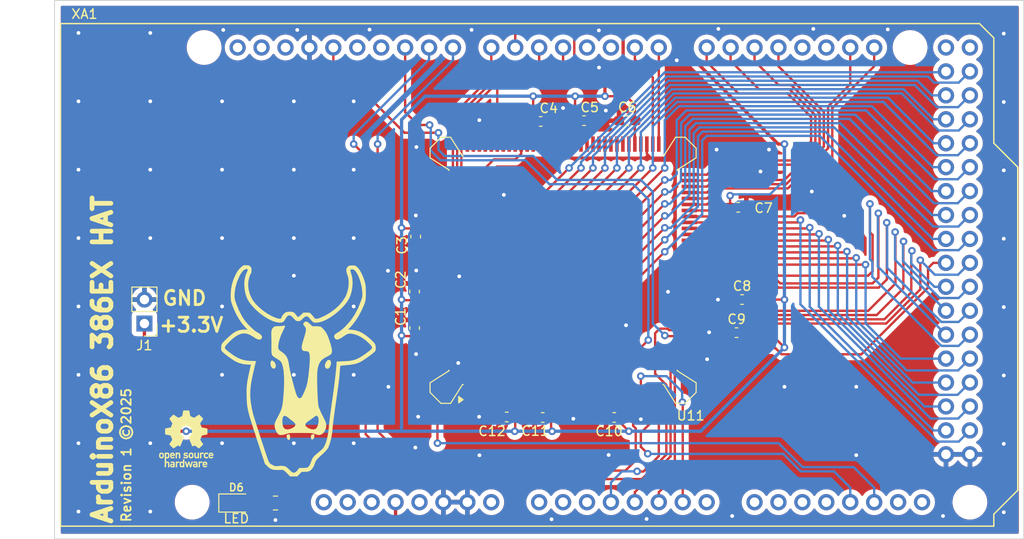
<source format=kicad_pcb>
(kicad_pcb (version 20240108) (generator "pcbnew") (generator_version "8.0")
  (title_block (title "Arduino286") (date "2023-01-18") (rev "1"))
  (layers (0 "F.Cu" signal) (31 "B.Cu" signal) (34 "B.Paste" user) (35 "F.Paste" user) (36 "B.SilkS" user "B.Silkscreen") (37 "F.SilkS" user "F.Silkscreen") (38 "B.Mask" user) (39 "F.Mask" user) (44 "Edge.Cuts" user))
  (net 0 "")
  (net 2 "INTR")
  (net 3 "NMI")
  (net 4 "HOLD")
  (net 10 "GND")
  (net 11 "RESET")
  (net 12 "CLOCK")
  (net 14 "+3.3V")
  (net 17 "/D6_A")
  (net 18 "/D7_A")
  (net 19 "/D1_A")
  (net 20 "/D0_A")
  (net 21 "/D5_A")
  (net 22 "/D4_A")
  (net 23 "/D2_A")
  (net 24 "/D3_A")
  (net 25 "/D8_A")
  (net 26 "/D15_A")
  (net 27 "/D12_A")
  (net 28 "/D14_A")
  (net 29 "/D13_A")
  (net 30 "/D10_A")
  (net 31 "/D11_A")
  (net 32 "/D9_A")
  (net 33 "/A4_A")
  (net 34 "/A5_A")
  (net 35 "/A2_A")
  (net 36 "/A7_A")
  (net 37 "/A1_A")
  (net 38 "/A6_A")
  (net 39 "/A0_A")
  (net 40 "/A3_A")
  (net 41 "/A8_A")
  (net 42 "/A15_A")
  (net 43 "/A9_A")
  (net 44 "/A13_A")
  (net 45 "/A14_A")
  (net 46 "/A12_A")
  (net 47 "/A11_A")
  (net 48 "/A10_A")
  (net 49 "/A16_A")
  (net 50 "/A19_A")
  (net 51 "/A18_A")
  (net 52 "/A17_A")
  (net 53 "HLDA_A")
  (net 54 "/A23_A")
  (net 55 "/A22_A")
  (net 56 "/A21_A")
  (net 57 "/A20_A")
  (net 58 "~{LOCK}_A")
  (net 59 "~{BHE}_A")
  (net 60 "Net-(D6-A)")
  (net 64 "LOCK")
  (net 75 "ADS")
  (net 87 "D{slash}~{C}")
  (net 104 "/A24_A")
  (net 111 "W{slash}~{R}")
  (net 119 "+3.3VP")
  (net 120 "READY")
  (net 122 "/A25_A")
  (net 123 "RD")
  (net 124 "WR")
  (net 125 "BUSY")
  (net 126 "BS8")
  (net 133 "M{slash}~{IO}")
  (footprint "Capacitor_SMD:C_0603_1608Metric_Pad1.08x0.95mm_HandSolder" (layer "F.Cu") (at 175.26 102.567462)
    (property "Reference" "C9")
    (property "Value" "C" (hide yes))
  )
  (footprint "Connector_PinHeader_2.54mm:PinHeader_1x02_P2.54mm_Vertical" (layer "F.Cu") (at 112.408659 101.6 180)
    (property "Reference" "J1")
    (property "Value" "Conn_01x02_Pin" (hide yes))
  )
  (footprint "cow:cow" (layer "F.Cu") (at 128.807713 106.692168)
    (property "Reference" "G***" (hide yes))
    (property "Value" "LOGO" (hide yes))
  )
  (footprint "Capacitor_SMD:C_0603_1608Metric_Pad1.08x0.95mm_HandSolder" (layer "F.Cu") (at 175.435113 89.263147 180)
    (property "Reference" "C7")
    (property "Value" "C" (hide yes))
  )
  (footprint "Capacitor_SMD:C_0603_1608Metric_Pad1.08x0.95mm_HandSolder" (layer "F.Cu") (at 162.277228 111.568923)
    (property "Reference" "C10")
    (property "Value" "C" (hide yes))
  )
  (footprint "Resistor_SMD:R_0805_2012Metric_Pad1.20x1.40mm_HandSolder" (layer "F.Cu") (at 126.321949 120.65 180)
    (property "Reference" "R6" (hide yes))
    (property "Value" "750Ω" (hide yes))
  )
  (footprint "Package_QFP:PQFP-132_24x24mm_P0.635mm_i386" (layer "F.Cu") (at 156.845 95.95 90)
    (property "Reference" "U11")
    (property "Value" "I386EX_PQFP")
  )
  (footprint "Capacitor_SMD:C_0603_1608Metric_Pad1.08x0.95mm_HandSolder" (layer "F.Cu") (at 159.070028 80.066439 180)
    (property "Reference" "C5")
    (property "Value" "C" (hide yes))
  )
  (footprint "Capacitor_SMD:C_0603_1608Metric_Pad1.08x0.95mm_HandSolder" (layer "F.Cu") (at 163.651172 80.072711)
    (property "Reference" "C6")
    (property "Value" "C" (hide yes))
  )
  (footprint "Arduino_Library:Arduino_Mega2560_Shield" (layer "F.Cu") (at 103.505 123.1025)
    (property "Reference" "XA1")
    (property "Value" "Arduino_Mega2560_Shield")
  )
  (footprint "Capacitor_SMD:C_0603_1608Metric_Pad1.08x0.95mm_HandSolder" (layer "F.Cu") (at 150.863151 111.51731)
    (property "Reference" "C12")
    (property "Value" "C" (hide yes))
  )
  (footprint "Capacitor_SMD:C_0603_1608Metric_Pad1.08x0.95mm_HandSolder" (layer "F.Cu") (at 154.472701 80.151201 180)
    (property "Reference" "C4")
    (property "Value" "C" (hide yes))
  )
  (footprint "Capacitor_SMD:C_0603_1608Metric_Pad1.08x0.95mm_HandSolder" (layer "F.Cu") (at 175.840001 99.052312)
    (property "Reference" "C8")
    (property "Value" "C" (hide yes))
  )
  (footprint "Symbol:OSHW-Logo_5.7x6mm_SilkScreen" (layer "F.Cu") (at 116.842407 113.842654)
    (property "Reference" "REF**" (hide yes))
    (property "Value" "OSHW-Logo_5.7x6mm_SilkScreen" (hide yes))
  )
  (footprint "LED_SMD:LED_0805_2012Metric_Pad1.15x1.40mm_HandSolder" (layer "F.Cu") (at 122.165 120.65)
    (property "Reference" "D6")
    (property "Value" "LED")
  )
  (footprint "Capacitor_SMD:C_0603_1608Metric_Pad1.08x0.95mm_HandSolder" (layer "F.Cu") (at 154.685231 111.572767)
    (property "Reference" "C11")
    (property "Value" "C" (hide yes))
  )
  (footprint "Capacitor_SMD:C_0603_1608Metric_Pad1.08x0.95mm_HandSolder" (layer "F.Cu") (at 141.082879 98.20369 -90)
    (property "Reference" "C2")
    (property "Value" "C" (hide yes))
  )
  (footprint "Capacitor_SMD:C_0603_1608Metric_Pad1.08x0.95mm_HandSolder" (layer "F.Cu") (at 141.089184 102.076482 -90)
    (property "Reference" "C1")
    (property "Value" "C" (hide yes))
  )
  (footprint "Capacitor_SMD:C_0603_1608Metric_Pad1.08x0.95mm_HandSolder" (layer "F.Cu") (at 141.201828 92.374597 90)
    (property "Reference" "C3")
    (property "Value" "C" (hide yes))
  )
  (gr_rect (start 102.87 67.31) (end 205.74 124.46) (stroke (width 0.1)) (fill none) (layer "Edge.Cuts"))
  (gr_text "ArduinoX86 386EX HAT" (at 107.95 105.41 90) (layer "F.SilkS") (effects (font (size 2 2) (thickness 0.5))))
  (gr_text "Revision 1 ©2025" (at 110.49 115.57 90) (layer "F.SilkS") (effects (font (size 1 1) (thickness 0.1875))))
  (gr_text "+3.3V" (at 113.822308 102.627036 0) (layer "F.SilkS") (effects (font (size 1.5 1.5) (thickness 0.3) (bold yes)) (justify left bottom)))
  (gr_text "GND" (at 114.180577 99.784772 0) (layer "F.SilkS") (effects (font (size 1.5 1.5) (thickness 0.3) (bold yes)) (justify left bottom)))
  (segment (start 143.51 114.3) (end 143.51 110.49) (width 0.25) (layer "F.Cu") (net 3))
  (segment (start 149.502033 84.177967) (end 151.794533 84.177967) (width 0.25) (layer "F.Cu") (net 3))
  (segment (start 143.51 110.49) (end 147.32 106.68) (width 0.25) (layer "F.Cu") (net 3))
  (segment (start 147.32 106.68) (end 147.32 86.36) (width 0.25) (layer "F.Cu") (net 3))
  (segment (start 152.4 83.5725) (end 152.4 82.55) (width 0.25) (layer "F.Cu") (net 3))
  (segment (start 151.794533 84.177967) (end 152.4 83.5725) (width 0.25) (layer "F.Cu") (net 3))
  (segment (start 147.32 86.36) (end 149.502033 84.177967) (width 0.25) (layer "F.Cu") (net 3))
  (via (at 143.51 114.3) (size 0.8) (drill 0.4) (layers "F.Cu" "B.Cu") (net 3))
  (segment (start 182.257435 116.84) (end 187.68625 116.84) (width 0.25) (layer "B.Cu") (net 3))
  (segment (start 179.717435 114.3) (end 182.257435 116.84) (width 0.25) (layer "B.Cu") (net 3))
  (segment (start 143.51 114.3) (end 179.717435 114.3) (width 0.25) (layer "B.Cu") (net 3))
  (segment (start 187.68625 116.84) (end 189.865 119.01875) (width 0.25) (layer "B.Cu") (net 3))
  (segment (start 189.865 119.01875) (end 189.865 120.5625) (width 0.25) (layer "B.Cu") (net 3))
  (segment (start 165.735 83.5725) (end 166.472022 84.309522) (width 0.25) (layer "F.Cu") (net 10))
  (segment (start 171.966634 84.309522) (end 173.137058 83.139098) (width 0.25) (layer "F.Cu") (net 10))
  (segment (start 172.347546 102.534152) (end 172.380856 102.567462) (width 0.25) (layer "F.Cu") (net 10))
  (segment (start 172.708771 98.49) (end 170.245 98.49) (width 0.25) (layer "F.Cu") (net 10))
  (segment (start 143.445 95.95) (end 141.28084 95.95) (width 0.25) (layer "F.Cu") (net 10))
  (segment (start 173.712301 85.465491) (end 172.117792 87.06) (width 0.25) (layer "F.Cu") (net 10))
  (segment (start 172.135238 105.389685) (end 171.585553 104.84) (width 0.25) (layer "F.Cu") (net 10))
  (segment (start 157.932984 111.708387) (end 156.845 110.620403) (width 0.25) (layer "F.Cu") (net 10))
  (segment (start 173.284625 99.06) (end 173.281698 99.062927) (width 0.25) (layer "F.Cu") (net 10))
  (segment (start 147.955 111.47356) (end 147.955 109.35) (width 0.25) (layer "F.Cu") (net 10))
  (segment (start 165.1 111.754429) (end 165.735 111.119429) (width 0.25) (layer "F.Cu") (net 10))
  (segment (start 165.735 111.119429) (end 165.735 109.35) (width 0.25) (layer "F.Cu") (net 10))
  (segment (start 171.585553 104.84) (end 170.245 104.84) (width 0.25) (layer "F.Cu") (net 10))
  (segment (start 143.445 90.87) (end 142.3775 90.87) (width 0.25) (layer "F.Cu") (net 10))
  (segment (start 156.843584 78.727457) (end 156.845 78.728873) (width 0.25) (layer "F.Cu") (net 10))
  (segment (start 156.845 78.728873) (end 156.845 82.55) (width 0.25) (layer "F.Cu") (net 10))
  (segment (start 165.735 82.55) (end 165.735 83.5725) (width 0.25) (layer "F.Cu") (net 10))
  (segment (start 147.955 80.01) (end 147.955 82.55) (width 0.25) (layer "F.Cu") (net 10))
  (segment (start 174.969813 99.06) (end 173.284625 99.06) (width 0.25) (layer "F.Cu") (net 10))
  (segment (start 141.246591 104.84) (end 141.24245 104.844141) (width 0.25) (layer "F.Cu") (net 10))
  (segment (start 156.845 110.620403) (end 156.845 109.35) (width 0.25) (layer "F.Cu") (net 10))
  (segment (start 172.380856 102.567462) (end 174.3975 102.567462) (width 0.25) (layer "F.Cu") (net 10))
  (segment (start 173.281698 99.062927) (end 172.708771 98.49) (width 0.25) (layer "F.Cu") (net 10))
  (segment (start 142.3775 90.87) (end 141.690113 90.182613) (width 0.25) (layer "F.Cu") (net 10))
  (segment (start 141.690113 90.182613) (end 141.240175 90.182613) (width 0.25) (layer "F.Cu") (net 10))
  (segment (start 143.445 104.84) (end 141.246591 104.84) (width 0.25) (layer "F.Cu") (net 10))
  (segment (start 147.933013 111.495547) (end 147.955 111.47356) (width 0.25) (layer "F.Cu") (net 10))
  (segment (start 174.977501 99.052312) (end 174.969813 99.06) (width 0.25) (layer "F.Cu") (net 10))
  (segment (start 166.472022 84.309522) (end 171.966634 84.309522) (width 0.25) (layer "F.Cu") (net 10))
  (segment (start 177.8 85.465491) (end 173.712301 85.465491) (width 0.25) (layer "F.Cu") (net 10))
  (segment (start 172.117792 87.06) (end 170.245 87.06) (width 0.25) (layer "F.Cu") (net 10))
  (segment (start 141.28084 95.95) (end 141.260656 95.970184) (width 0.25) (layer "F.Cu") (net 10))
  (via (at 113.03 70.757148) (size 0.8) (drill 0.4) (layers "F.Cu" "B.Cu") (net 10))
  (via (at 128.27 96.52) (size 0.8) (drill 0.4) (layers "F.Cu" "B.Cu") (net 10))
  (via (at 105.41 107.042858) (size 0.8) (drill 0.4) (layers "F.Cu" "B.Cu") (net 10))
  (via (at 120.65 107.042858) (size 0.8) (drill 0.4) (layers "F.Cu" "B.Cu") (net 10))
  (via (at 138.254911 95.997757) (size 0.8) (drill 0.4) (layers "F.Cu" "B.Cu") (net 10))
  (via (at 165.710951 122.341193) (size 0.8) (drill 0.4) (layers "F.Cu" "B.Cu") (net 10))
  (via (at 141.24245 104.844141) (size 0.8) (drill 0.4) (layers "F.Cu" "B.Cu") (net 10))
  (via (at 113.03 78.01429) (size 0.8) (drill 0.4) (layers "F.Cu" "B.Cu") (net 10))
  (via (at 128.27 114.3) (size 0.8) (drill 0.4) (layers "F.Cu" "B.Cu") (net 10))
  (via (at 134.62 78.01429) (size 0.8) (drill 0.4) (layers "F.Cu" "B.Cu") (net 10))
  (via (at 128.27 107.042858) (size 0.8) (drill 0.4) (layers "F.Cu" "B.Cu") (net 10))
  (via (at 174.790694 122.02928) (size 0.8) (drill 0.4) (layers "F.Cu" "B.Cu") (net 10))
  (via (at 203.619894 107.11226) (size 0.8) (drill 0.4) (layers "F.Cu" "B.Cu") (net 10))
  (via (at 173.325814 70.327443) (size 0.8) (drill 0.4) (layers "F.Cu" "B.Cu") (net 10))
  (via (at 161.682135 115.553594) (size 0.8) (drill 0.4) (layers "F.Cu" "B.Cu") (net 10))
  (via (at 120.65 99.785716) (size 0.8) (drill 0.4) (layers "F.Cu" "B.Cu") (net 10))
  (via (at 113.03 121.557148) (size 0.8) (drill 0.4) (layers "F.Cu" "B.Cu") (net 10))
  (via (at 173.281698 99.062927) (size 0.8) (drill 0.4) (layers "F.Cu" "B.Cu") (net 10))
  (via (at 145.821893 96.593914) (size 0.8) (drill 0.4) (layers "F.Cu" "B.Cu") (net 10))
  (via (at 128.626843 70.438497) (size 0.8) (drill 0.4) (layers "F.Cu" "B.Cu") (net 10))
  (via (at 105.41 114.3) (size 0.8) (drill 0.4) (layers "F.Cu" "B.Cu") (net 10))
  (via (at 141.275195 82.866083) (size 0.8) (drill 0.4) (layers "F.Cu" "B.Cu") (net 10))
  (via (at 156.843584 78.727457) (size 0.8) (drill 0.4) (layers "F.Cu" "B.Cu") (net 10))
  (via (at 138.307756 108.316583) (size 0.8) (drill 0.4) (layers "F.Cu" "B.Cu") (net 10))
  (via (at 105.41 92.528574) (size 0.8) (drill 0.4) (layers "F.Cu" "B.Cu") (net 10))
  (via (at 141.214236 90.130735) (size 0.8) (drill 0.4) (layers "F.Cu" "B.Cu") (net 10))
  (via (at 172.347546 102.534152) (size 0.8) (drill 0.4) (layers "F.Cu" "B.Cu") (net 10))
  (via (at 203.619894 99.855118) (size 0.8) (drill 0.4) (layers "F.Cu" "B.Cu") (net 10))
  (via (at 105.41 70.757148) (size 0.8) (drill 0.4) (layers "F.Cu" "B.Cu") (net 10))
  (via (at 183.241744 87.585622) (size 0.8) (drill 0.4) (layers "F.Cu" "B.Cu") (net 10))
  (via (at 128.27 92.528574) (size 0.8) (drill 0.4) (layers "F.Cu" "B.Cu") (net 10))
  (via (at 120.775555 70.438497) (size 0.8) (drill 0.4) (layers "F.Cu" "B.Cu") (net 10))
  (via (at 191.309508 70.380492) (size 0.8) (drill 0.4) (layers "F.Cu" "B.Cu") (net 10))
  (via (at 105.41 121.557148) (size 0.8) (drill 0.4) (layers "F.Cu" "B.Cu") (net 10))
  (via (at 197.169338 122.02928) (size 0.8) (drill 0.4) (layers "F.Cu" "B.Cu") (net 10))
  (via (at 141.260656 95.970184) (size 0.8) (drill 0.4) (layers "F.Cu" "B.Cu") (net 10))
  (via (at 120.65 78.01429) (size 0.8) (drill 0.4) (layers "F.Cu" "B.Cu") (net 10))
  (via (at 105.41 85.271432) (size 0.8) (drill 0.4) (layers "F.Cu" "B.Cu") (net 10))
  (via (at 120.65 85.271432) (size 0.8) (drill 0.4) (layers "F.Cu" "B.Cu") (net 10))
  (via (at 203.619894 78.083692) (size 0.8) (drill 0.4) (layers "F.Cu" "B.Cu") (net 10))
  (via (at 147.966831 115.582776) (size 0.8) (drill 0.4) (layers "F.Cu" "B.Cu") (net 10))
  (via (at 120.65 114.3) (size 0.8) (drill 0.4) (layers "F.Cu" "B.Cu") (net 10))
  (via (at 161.381032 78.99408) (size 0.8) (drill 0.4) (layers "F.Cu" "B.Cu") (net 10))
  (via (at 134.62 99.785716) (size 0.8) (drill 0.4) (layers "F.Cu" "B.Cu") (net 10))
  (via (at 141.167542 114.765694) (size 0.8) (drill 0.4) (layers "F.Cu" "B.Cu") (net 10))
  (via (at 134.62 107.042858) (size 0.8) (drill 0.4) (layers "F.Cu" "B.Cu") (net 10))
  (via (at 203.619894 85.340834) (size 0.8) (drill 0.4) (layers "F.Cu" "B.Cu") (net 10))
  (via (at 126.314429 122.456332) (size 0.8) (drill 0.4) (layers "F.Cu" "B.Cu") (net 10))
  (via (at 120.65 92.528574) (size 0.8) (drill 0.4) (layers "F.Cu" "B.Cu") (net 10))
  (via (at 187.96 108.312858) (size 0.8) (drill 0.4) (layers "F.Cu" "B.Cu") (net 10))
  (via (at 134.62 85.271432) (size 0.8) (drill 0.4) (layers "F.Cu" "B.Cu") (net 10))
  (via (at 165.1 111.754429) (size 0.8) (drill 0.4) (layers "F.Cu" "B.Cu") (net 10))
  (via (at 180.34 108.312858) (size 0.8) (drill 0.4) (layers "F.Cu" "B.Cu") (net 10))
  (via (at 160.644019 70.48493) (size 0.8) (drill 0.4) (layers "F.Cu" "B.Cu") (net 10))
  (via (at 147.955 80.01) (size 0.8) (drill 0.4) (layers "F.Cu" "B.Cu") (net 10))
  (via (at 203.619894 92.597976) (size 0.8) (drill 0.4) (layers "F.Cu" "B.Cu") (net 10))
  (via (at 177.8 85.465491) (size 0.8) (drill 0.4) (layers "F.Cu" "B.Cu") (net 10))
  (via (at 167.98375 98.230303) (size 0.8) (drill 0.4) (layers "F.Cu" "B.Cu") (net 10))
  (via (at 147.133258 70.430359) (size 0.8) (drill 0.4) (layers "F.Cu" "B.Cu") (net 10))
  (via (at 178.700997 83.139098) (size 0.8) (drill 0.4) (layers "F.Cu" "B.Cu") (net 10))
  (via (at 160.659247 74.43175) (size 0.8) (drill 0.4) (layers "F.Cu" "B.Cu") (net 10))
  (via (at 203.619894 114.369402) (size 0.8) (drill 0.4) (layers "F.Cu" "B.Cu") (net 10))
  (via (at 134.62 92.528574) (size 0.8) (drill 0.4) (layers "F.Cu" "B.Cu") (net 10))
  (via (at 128.27 78.01429) (size 0.8) (drill 0.4) (layers "F.Cu" "B.Cu") (net 10))
  (via (at 155.621203 122.374713) (size 0.8) (drill 0.4) (layers "F.Cu" "B.Cu") (net 10))
  (via (at 186.69 90.17) (size 0.8) (drill 0.4) (layers "F.Cu" "B.Cu") (net 10))
  (via (at 147.933013 111.495547) (size 0.8) (drill 0.4) (layers "F.Cu" "B.Cu") (net 10))
  (via (at 157.932984 111.708387) (size 0.8) (drill 0.4) (layers "F.Cu" "B.Cu") (net 10))
  (via (at 136.3013 70.403131) (size 0.8) (drill 0.4) (layers "F.Cu" "B.Cu") (net 10))
  (via (at 113.03 85.271432) (size 0.8) (drill 0.4) (layers "F.Cu" "B.Cu") (net 10))
  (via (at 105.41 78.01429) (size 0.8) (drill 0.4) (layers "F.Cu" "B.Cu") (net 10))
  (via (at 173.137058 83.139098) (size 0.8) (drill 0.4) (layers "F.Cu" "B.Cu") (net 10))
  (via (at 128.27 85.271432) (size 0.8) (drill 0.4) (layers "F.Cu" "B.Cu") (net 10))
  (via (at 113.03 92.528574) (size 0.8) (drill 0.4) (layers "F.Cu" "B.Cu") (net 10))
  (via (at 134.62 114.3) (size 0.8) (drill 0.4) (layers "F.Cu" "B.Cu") (net 10))
  (via (at 168.91 73.66) (size 0.8) (drill 0.4) (layers "F.Cu" "B.Cu") (net 10))
  (via (at 150.557777 87.94287) (size 0.8) (drill 0.4) (layers "F.Cu" "B.Cu") (net 10))
  (via (at 113.03 114.3) (size 0.8) (drill 0.4) (layers "F.Cu" "B.Cu") (net 10))
  (via (at 203.619894 70.82655) (size 0.8) (drill 0.4) (layers "F.Cu" "B.Cu") (net 10))
  (via (at 105.41 99.785716) (size 0.8) (drill 0.4) (layers "F.Cu" "B.Cu") (net 10))
  (via (at 141.465126 111.489798) (size 0.8) (drill 0.4) (layers "F.Cu" "B.Cu") (net 10))
  (via (at 163.527613 101.784602) (size 0.8) (drill 0.4) (layers "F.Cu" "B.Cu") (net 10))
  (via (at 145.715795 105.789116) (size 0.8) (drill 0.4) (layers "F.Cu" "B.Cu") (net 10))
  (via (at 172.135238 105.389685) (size 0.8) (drill 0.4) (layers "F.Cu" "B.Cu") (net 10))
  (via (at 187.96 115.57) (size 0.8) (drill 0.4) (layers "F.Cu" "B.Cu") (net 10))
  (via (at 203.619894 121.62655) (size 0.8) (drill 0.4) (layers "F.Cu" "B.Cu") (net 10))
  (via (at 183.405171 70.327443) (size 0.8) (drill 0.4) (layers "F.Cu" "B.Cu") (net 10))
  (segment (start 172.347546 105.177377) (end 172.347546 99.997079) (width 0.25) (layer "B.Cu") (net 10))
  (segment (start 172.135238 105.389685) (end 172.347546 105.177377) (width 0.25) (layer "B.Cu") (net 10))
  (segment (start 172.347546 99.997079) (end 173.281698 99.062927) (width 0.25) (layer "B.Cu") (net 10))
  (segment (start 154.305 74.130128) (end 154.305 72.3025) (width 0.25) (layer "F.Cu") (net 11))
  (segment (start 145.6 91.0525) (end 145.6 79.651764) (width 0.25) (layer "F.Cu") (net 11))
  (segment (start 145.6 79.651764) (end 150.128038 75.123726) (width 0.25) (layer "F.Cu") (net 11))
  (segment (start 143.445 92.14) (end 144.5125 92.14) (width 0.25) (layer "F.Cu") (net 11))
  (segment (start 153.311402 75.123726) (end 154.305 74.130128) (width 0.25) (layer "F.Cu") (net 11))
  (segment (start 144.5125 92.14) (end 145.6 91.0525) (width 0.25) (layer "F.Cu") (net 11))
  (segment (start 150.128038 75.123726) (end 153.311402 75.123726) (width 0.25) (layer "F.Cu") (net 11))
  (segment (start 146.05 79.83816) (end 150.314434 75.573726) (width 0.25) (layer "F.Cu") (net 12))
  (segment (start 143.445 95.315) (end 144.715 95.315) (width 0.25) (layer "F.Cu") (net 12))
  (segment (start 156.845 74.165034) (end 156.845 72.3025) (width 0.25) (layer "F.Cu") (net 12))
  (segment (start 150.314434 75.573726) (end 155.436308 75.573726) (width 0.25) (layer "F.Cu") (net 12))
  (segment (start 146.05 93.98) (end 146.05 79.83816) (width 0.25) (layer "F.Cu") (net 12))
  (segment (start 144.715 95.315) (end 146.05 93.98) (width 0.25) (layer "F.Cu") (net 12))
  (segment (start 155.436308 75.573726) (end 156.845 74.165034) (width 0.25) (layer "F.Cu") (net 12))
  (segment (start 138.304445 122.761119) (end 129.433068 122.761119) (width 0.35) (layer "F.Cu") (net 14))
  (segment (start 139.065 120.5625) (end 139.065 122.000564) (width 0.35) (layer "F.Cu") (net 14))
  (segment (start 139.065 122.000564) (end 138.304445 122.761119) (width 0.35) (layer "F.Cu") (net 14))
  (segment (start 129.433068 122.761119) (end 127.321949 120.65) (width 0.35) (layer "F.Cu") (net 14))
  (segment (start 153.67 96.52) (end 153.67 109.35) (width 0.25) (layer "F.Cu") (net 17))
  (segment (start 165.1 85.09) (end 153.67 96.52) (width 0.25) (layer "F.Cu") (net 17))
  (via (at 165.1 85.09) (size 0.8) (drill 0.4) (layers "F.Cu" "B.Cu") (net 17))
  (segment (start 196.176347 82.4625) (end 197.485 82.4625) (width 0.25) (layer "B.Cu") (net 17))
  (segment (start 191.343847 77.63) (end 196.176347 82.4625) (width 0.25) (layer "B.Cu") (net 17))
  (segment (start 165.1 85.09) (end 165.1 81.288376) (width 0.25) (layer "B.Cu") (net 17))
  (segment (start 168.758376 77.63) (end 191.343847 77.63) (width 0.25) (layer "B.Cu") (net 17))
  (segment (start 165.1 81.288376) (end 168.758376 77.63) (width 0.25) (layer "B.Cu") (net 17))
  (segment (start 154.305 97.155) (end 154.305 109.35) (width 0.25) (layer "F.Cu") (net 18))
  (segment (start 166.37 85.09) (end 154.305 97.155) (width 0.25) (layer "F.Cu") (net 18))
  (via (at 166.37 85.09) (size 0.8) (drill 0.4) (layers "F.Cu" "B.Cu") (net 18))
  (segment (start 166.37 80.654772) (end 168.944772 78.08) (width 0.25) (layer "B.Cu") (net 18))
  (segment (start 198.755531 83.731969) (end 200.025 82.4625) (width 0.25) (layer "B.Cu") (net 18))
  (segment (start 168.944772 78.08) (end 190.827658 78.08) (width 0.25) (layer "B.Cu") (net 18))
  (segment (start 196.479627 83.731969) (end 198.755531 83.731969) (width 0.25) (layer "B.Cu") (net 18))
  (segment (start 166.37 85.09) (end 166.37 80.654772) (width 0.25) (layer "B.Cu") (net 18))
  (segment (start 190.827658 78.08) (end 196.479627 83.731969) (width 0.25) (layer "B.Cu") (net 18))
  (segment (start 149.86 93.98) (end 149.86 109.35) (width 0.25) (layer "F.Cu") (net 19))
  (segment (start 158.75 85.09) (end 149.86 93.98) (width 0.25) (layer "F.Cu") (net 19))
  (via (at 158.75 85.09) (size 0.8) (drill 0.4) (layers "F.Cu" "B.Cu") (net 19))
  (segment (start 195.58 75.38) (end 196.2311 76.0311) (width 0.25) (layer "B.Cu") (net 19))
  (segment (start 158.75 85.09) (end 158.75 84.456396) (width 0.25) (layer "B.Cu") (net 19))
  (segment (start 167.826396 75.38) (end 195.58 75.38) (width 0.25) (layer "B.Cu") (net 19))
  (segment (start 198.8364 76.0311) (end 200.025 74.8425) (width 0.25) (layer "B.Cu") (net 19))
  (segment (start 158.75 84.456396) (end 167.826396 75.38) (width 0.25) (layer "B.Cu") (net 19))
  (segment (start 196.2311 76.0311) (end 198.8364 76.0311) (width 0.25) (layer "B.Cu") (net 19))
  (segment (start 149.225 93.345) (end 149.225 109.35) (width 0.25) (layer "F.Cu") (net 20))
  (segment (start 157.48 85.09) (end 149.225 93.345) (width 0.25) (layer "F.Cu") (net 20))
  (via (at 157.48 85.09) (size 0.8) (drill 0.4) (layers "F.Cu" "B.Cu") (net 20))
  (segment (start 162.56 80.01) (end 167.64 74.93) (width 0.25) (layer "B.Cu") (net 20))
  (segment (start 167.64 74.93) (end 197.3975 74.93) (width 0.25) (layer "B.Cu") (net 20))
  (segment (start 157.48 85.09) (end 162.56 80.01) (width 0.25) (layer "B.Cu") (net 20))
  (segment (start 197.3975 74.93) (end 197.485 74.8425) (width 0.25) (layer "B.Cu") (net 20))
  (segment (start 163.83 85.09) (end 153.035 95.885) (width 0.25) (layer "F.Cu") (net 21))
  (segment (start 153.035 95.885) (end 153.035 109.35) (width 0.25) (layer "F.Cu") (net 21))
  (via (at 163.83 85.09) (size 0.8) (drill 0.4) (layers "F.Cu" "B.Cu") (net 21))
  (segment (start 198.8364 81.1111) (end 200.025 79.9225) (width 0.25) (layer "B.Cu") (net 21))
  (segment (start 163.83 81.92198) (end 168.57198 77.18) (width 0.25) (layer "B.Cu") (net 21))
  (segment (start 192.788862 77.18) (end 196.719962 81.1111) (width 0.25) (layer "B.Cu") (net 21))
  (segment (start 163.83 85.09) (end 163.83 81.92198) (width 0.25) (layer "B.Cu") (net 21))
  (segment (start 196.719962 81.1111) (end 198.8364 81.1111) (width 0.25) (layer "B.Cu") (net 21))
  (segment (start 168.57198 77.18) (end 192.788862 77.18) (width 0.25) (layer "B.Cu") (net 21))
  (segment (start 162.56 85.09) (end 152.4 95.25) (width 0.25) (layer "F.Cu") (net 22))
  (segment (start 152.4 95.25) (end 152.4 109.35) (width 0.25) (layer "F.Cu") (net 22))
  (via (at 162.56 85.09) (size 0.8) (drill 0.4) (layers "F.Cu" "B.Cu") (net 22))
  (segment (start 162.56 82.555584) (end 168.385584 76.73) (width 0.25) (layer "B.Cu") (net 22))
  (segment (start 168.385584 76.73) (end 192.975258 76.73) (width 0.25) (layer "B.Cu") (net 22))
  (segment (start 162.56 85.09) (end 162.56 82.555584) (width 0.25) (layer "B.Cu") (net 22))
  (segment (start 196.167758 79.9225) (end 197.485 79.9225) (width 0.25) (layer "B.Cu") (net 22))
  (segment (start 192.975258 76.73) (end 196.167758 79.9225) (width 0.25) (layer "B.Cu") (net 22))
  (segment (start 150.495 94.615) (end 150.495 109.35) (width 0.25) (layer "F.Cu") (net 23))
  (segment (start 160.02 85.09) (end 150.495 94.615) (width 0.25) (layer "F.Cu") (net 23))
  (via (at 160.02 85.09) (size 0.8) (drill 0.4) (layers "F.Cu" "B.Cu") (net 23))
  (segment (start 196.011021 77.3825) (end 197.485 77.3825) (width 0.25) (layer "B.Cu") (net 23))
  (segment (start 160.02 85.09) (end 160.02 83.822792) (width 0.25) (layer "B.Cu") (net 23))
  (segment (start 168.012792 75.83) (end 194.458521 75.83) (width 0.25) (layer "B.Cu") (net 23))
  (segment (start 160.02 83.822792) (end 168.012792 75.83) (width 0.25) (layer "B.Cu") (net 23))
  (segment (start 194.458521 75.83) (end 196.011021 77.3825) (width 0.25) (layer "B.Cu") (net 23))
  (segment (start 151.13 95.25) (end 151.13 109.35) (width 0.25) (layer "F.Cu") (net 24))
  (segment (start 161.29 85.09) (end 151.13 95.25) (width 0.25) (layer "F.Cu") (net 24))
  (via (at 161.29 85.09) (size 0.8) (drill 0.4) (layers "F.Cu" "B.Cu") (net 24))
  (segment (start 196.521496 78.633719) (end 198.773781 78.633719) (width 0.25) (layer "B.Cu") (net 24))
  (segment (start 194.167777 76.28) (end 196.521496 78.633719) (width 0.25) (layer "B.Cu") (net 24))
  (segment (start 161.29 85.09) (end 161.29 83.189188) (width 0.25) (layer "B.Cu") (net 24))
  (segment (start 161.29 83.189188) (end 168.199188 76.28) (width 0.25) (layer "B.Cu") (net 24))
  (segment (start 198.773781 78.633719) (end 200.025 77.3825) (width 0.25) (layer "B.Cu") (net 24))
  (segment (start 168.199188 76.28) (end 194.167777 76.28) (width 0.25) (layer "B.Cu") (net 24))
  (segment (start 154.94 97.79) (end 154.94 109.35) (width 0.25) (layer "F.Cu") (net 25))
  (segment (start 167.64 85.09) (end 154.94 97.79) (width 0.25) (layer "F.Cu") (net 25))
  (via (at 167.64 85.09) (size 0.8) (drill 0.4) (layers "F.Cu" "B.Cu") (net 25))
  (segment (start 169.131168 78.53) (end 189.611521 78.53) (width 0.25) (layer "B.Cu") (net 25))
  (segment (start 189.611521 78.53) (end 196.084021 85.0025) (width 0.25) (layer "B.Cu") (net 25))
  (segment (start 196.084021 85.0025) (end 197.485 85.0025) (width 0.25) (layer "B.Cu") (net 25))
  (segment (start 167.64 80.021168) (end 169.131168 78.53) (width 0.25) (layer "B.Cu") (net 25))
  (segment (start 167.64 85.09) (end 167.64 80.021168) (width 0.25) (layer "B.Cu") (net 25))
  (segment (start 160.655 100.965) (end 167.64 93.98) (width 0.25) (layer "F.Cu") (net 26))
  (segment (start 160.655 109.35) (end 160.655 100.965) (width 0.25) (layer "F.Cu") (net 26))
  (via (at 167.64 93.98) (size 0.8) (drill 0.4) (layers "F.Cu" "B.Cu") (net 26))
  (segment (start 171.61 82.164913) (end 172.094913 81.68) (width 0.25) (layer "B.Cu") (net 26))
  (segment (start 167.64 93.98) (end 171.61 90.01) (width 0.25) (layer "B.Cu") (net 26))
  (segment (start 196.207668 93.8111) (end 198.8364 93.8111) (width 0.25) (layer "B.Cu") (net 26))
  (segment (start 184.076568 81.68) (end 196.207668 93.8111) (width 0.25) (layer "B.Cu") (net 26))
  (segment (start 198.8364 93.8111) (end 200.025 92.6225) (width 0.25) (layer "B.Cu") (net 26))
  (segment (start 172.094913 81.68) (end 184.076568 81.68) (width 0.25) (layer "B.Cu") (net 26))
  (segment (start 171.61 90.01) (end 171.61 82.164913) (width 0.25) (layer "B.Cu") (net 26))
  (segment (start 158.75 109.35) (end 158.75 99.06) (width 0.25) (layer "F.Cu") (net 27))
  (segment (start 158.75 99.06) (end 167.64 90.17) (width 0.25) (layer "F.Cu") (net 27))
  (via (at 167.64 90.17) (size 0.8) (drill 0.4) (layers "F.Cu" "B.Cu") (net 27))
  (segment (start 170.26 87.938909) (end 170.26 81.024296) (width 0.25) (layer "B.Cu") (net 27))
  (segment (start 170.954296 80.33) (end 186.258521 80.33) (width 0.25) (layer "B.Cu") (net 27))
  (segment (start 170.26 81.024296) (end 170.954296 80.33) (width 0.25) (layer "B.Cu") (net 27))
  (segment (start 168.028909 90.17) (end 170.26 87.938909) (width 0.25) (layer "B.Cu") (net 27))
  (segment (start 196.011021 90.0825) (end 197.485 90.0825) (width 0.25) (layer "B.Cu") (net 27))
  (segment (start 186.258521 80.33) (end 196.011021 90.0825) (width 0.25) (layer "B.Cu") (net 27))
  (segment (start 167.64 90.17) (end 168.028909 90.17) (width 0.25) (layer "B.Cu") (net 27))
  (segment (start 160.02 109.35) (end 160.02 100.33) (width 0.25) (layer "F.Cu") (net 28))
  (segment (start 160.02 100.33) (end 167.64 92.71) (width 0.25) (layer "F.Cu") (net 28))
  (via (at 167.64 92.71) (size 0.8) (drill 0.4) (layers "F.Cu" "B.Cu") (net 28))
  (segment (start 171.16 81.727452) (end 171.657452 81.23) (width 0.25) (layer "B.Cu") (net 28))
  (segment (start 196.071139 92.6225) (end 197.485 92.6225) (width 0.25) (layer "B.Cu") (net 28))
  (segment (start 171.16 89.19) (end 171.16 81.727452) (width 0.25) (layer "B.Cu") (net 28))
  (segment (start 171.657452 81.23) (end 184.678639 81.23) (width 0.25) (layer "B.Cu") (net 28))
  (segment (start 184.678639 81.23) (end 196.071139 92.6225) (width 0.25) (layer "B.Cu") (net 28))
  (segment (start 167.64 92.71) (end 171.16 89.19) (width 0.25) (layer "B.Cu") (net 28))
  (segment (start 159.385 109.35) (end 159.385 99.695) (width 0.25) (layer "F.Cu") (net 29))
  (segment (start 159.385 99.695) (end 167.64 91.44) (width 0.25) (layer "F.Cu") (net 29))
  (via (at 167.64 91.44) (size 0.8) (drill 0.4) (layers "F.Cu" "B.Cu") (net 29))
  (segment (start 198.801693 91.305807) (end 200.025 90.0825) (width 0.25) (layer "B.Cu") (net 29))
  (segment (start 167.64 91.44) (end 168.273604 91.44) (width 0.25) (layer "B.Cu") (net 29))
  (segment (start 168.273604 91.44) (end 170.71 89.003604) (width 0.25) (layer "B.Cu") (net 29))
  (segment (start 170.71 89.003604) (end 170.71 81.386396) (width 0.25) (layer "B.Cu") (net 29))
  (segment (start 171.316396 80.78) (end 185.613508 80.78) (width 0.25) (layer "B.Cu") (net 29))
  (segment (start 185.613508 80.78) (end 196.139315 91.305807) (width 0.25) (layer "B.Cu") (net 29))
  (segment (start 170.71 81.386396) (end 171.316396 80.78) (width 0.25) (layer "B.Cu") (net 29))
  (segment (start 196.139315 91.305807) (end 198.801693 91.305807) (width 0.25) (layer "B.Cu") (net 29))
  (segment (start 167.64 87.63) (end 157.48 97.79) (width 0.25) (layer "F.Cu") (net 30))
  (segment (start 157.48 97.79) (end 157.48 109.35) (width 0.25) (layer "F.Cu") (net 30))
  (via (at 167.64 87.63) (size 0.8) (drill 0.4) (layers "F.Cu" "B.Cu") (net 30))
  (segment (start 167.64 87.63) (end 168.208618 87.63) (width 0.25) (layer "B.Cu") (net 30))
  (segment (start 169.36 86.478618) (end 169.36 80.335454) (width 0.25) (layer "B.Cu") (net 30))
  (segment (start 170.265454 79.43) (end 187.870608 79.43) (width 0.25) (layer "B.Cu") (net 30))
  (segment (start 195.983108 87.5425) (end 197.485 87.5425) (width 0.25) (layer "B.Cu") (net 30))
  (segment (start 187.870608 79.43) (end 195.983108 87.5425) (width 0.25) (layer "B.Cu") (net 30))
  (segment (start 169.36 80.335454) (end 170.265454 79.43) (width 0.25) (layer "B.Cu") (net 30))
  (segment (start 168.208618 87.63) (end 169.36 86.478618) (width 0.25) (layer "B.Cu") (net 30))
  (segment (start 167.64 88.9) (end 158.115 98.425) (width 0.25) (layer "F.Cu") (net 31))
  (segment (start 158.115 98.425) (end 158.115 109.35) (width 0.25) (layer "F.Cu") (net 31))
  (via (at 167.64 88.9) (size 0.8) (drill 0.4) (layers "F.Cu" "B.Cu") (net 31))
  (segment (start 168.155299 88.9) (end 169.81 87.245299) (width 0.25) (layer "B.Cu") (net 31))
  (segment (start 198.741575 88.825925) (end 200.025 87.5425) (width 0.25) (layer "B.Cu") (net 31))
  (segment (start 170.602718 79.88) (end 187.257802 79.88) (width 0.25) (layer "B.Cu") (net 31))
  (segment (start 169.81 80.672718) (end 170.602718 79.88) (width 0.25) (layer "B.Cu") (net 31))
  (segment (start 187.257802 79.88) (end 196.203727 88.825925) (width 0.25) (layer "B.Cu") (net 31))
  (segment (start 169.81 87.245299) (end 169.81 80.672718) (width 0.25) (layer "B.Cu") (net 31))
  (segment (start 167.64 88.9) (end 168.155299 88.9) (width 0.25) (layer "B.Cu") (net 31))
  (segment (start 196.203727 88.825925) (end 198.741575 88.825925) (width 0.25) (layer "B.Cu") (net 31))
  (segment (start 167.64 86.36) (end 156.21 97.79) (width 0.25) (layer "F.Cu") (net 32))
  (segment (start 156.21 97.79) (end 156.21 109.35) (width 0.25) (layer "F.Cu") (net 32))
  (via (at 167.64 86.36) (size 0.8) (drill 0.4) (layers "F.Cu" "B.Cu") (net 32))
  (segment (start 198.745869 86.281631) (end 200.025 85.0025) (width 0.25) (layer "B.Cu") (net 32))
  (segment (start 188.998715 78.98) (end 196.300346 86.281631) (width 0.25) (layer "B.Cu") (net 32))
  (segment (start 169.937208 78.98) (end 188.998715 78.98) (width 0.25) (layer "B.Cu") (net 32))
  (segment (start 167.64 86.36) (end 168.273604 86.36) (width 0.25) (layer "B.Cu") (net 32))
  (segment (start 168.91 85.723604) (end 168.91 80.007208) (width 0.25) (layer "B.Cu") (net 32))
  (segment (start 196.300346 86.281631) (end 198.745869 86.281631) (width 0.25) (layer "B.Cu") (net 32))
  (segment (start 168.91 80.007208) (end 169.937208 78.98) (width 0.25) (layer "B.Cu") (net 32))
  (segment (start 168.273604 86.36) (end 168.91 85.723604) (width 0.25) (layer "B.Cu") (net 32))
  (segment (start 192.081397 91.818882) (end 192.122588 91.860073) (width 0.25) (layer "F.Cu") (net 33))
  (segment (start 172.154188 99.125) (end 170.245 99.125) (width 0.25) (layer "F.Cu") (net 33))
  (segment (start 173.279188 100.25) (end 172.154188 99.125) (width 0.25) (layer "F.Cu") (net 33))
  (segment (start 192.122588 97.357412) (end 189.23 100.25) (width 0.25) (layer "F.Cu") (net 33))
  (segment (start 192.122588 91.860073) (end 192.122588 97.357412) (width 0.25) (layer "F.Cu") (net 33))
  (segment (start 189.23 100.25) (end 173.279188 100.25) (width 0.25) (layer "F.Cu") (net 33))
  (via (at 192.088641 91.888453) (size 0.8) (drill 0.4) (layers "F.Cu" "B.Cu") (net 33))
  (segment (start 192.081397 94.838897) (end 197.485 100.2425) (width 0.25) (layer "B.Cu") (net 33))
  (segment (start 192.081397 91.818882) (end 192.081397 94.838897) (width 0.25) (layer "B.Cu") (net 33))
  (segment (start 190.341788 97.79) (end 179.706396 97.79) (width 0.25) (layer "F.Cu") (net 34))
  (segment (start 191.240802 90.775386) (end 191.211816 90.804372) (width 0.25) (layer "F.Cu") (net 34))
  (segment (start 179.706396 97.79) (end 179.136396 97.22) (width 0.25) (layer "F.Cu") (net 34))
  (segment (start 191.211816 96.919972) (end 190.341788 97.79) (width 0.25) (layer "F.Cu") (net 34))
  (segment (start 179.136396 97.22) (end 170.245 97.22) (width 0.25) (layer "F.Cu") (net 34))
  (segment (start 191.211816 90.804372) (end 191.211816 96.919972) (width 0.25) (layer "F.Cu") (net 34))
  (via (at 191.197322 90.892302) (size 0.8) (drill 0.4) (layers "F.Cu" "B.Cu") (net 34))
  (segment (start 196.992665 101.4311) (end 198.8364 101.4311) (width 0.25) (layer "B.Cu") (net 34))
  (segment (start 198.8364 101.4311) (end 200.025 100.2425) (width 0.25) (layer "B.Cu") (net 34))
  (segment (start 191.240802 95.679237) (end 196.992665 101.4311) (width 0.25) (layer "B.Cu") (net 34))
  (segment (start 191.240802 90.775386) (end 191.240802 95.679237) (width 0.25) (layer "B.Cu") (net 34))
  (segment (start 193.803777 98.296223) (end 190.95 101.15) (width 0.25) (layer "F.Cu") (net 35))
  (segment (start 172.906396 101.15) (end 172.151396 100.395) (width 0.25) (layer "F.Cu") (net 35))
  (segment (start 190.95 101.15) (end 172.906396 101.15) (width 0.25) (layer "F.Cu") (net 35))
  (segment (start 193.803777 93.744165) (end 193.803777 98.296223) (width 0.25) (layer "F.Cu") (net 35))
  (segment (start 172.151396 100.395) (end 170.245 100.395) (width 0.25) (layer "F.Cu") (net 35))
  (segment (start 193.791571 93.731959) (end 193.803777 93.744165) (width 0.25) (layer "F.Cu") (net 35))
  (via (at 193.871279 93.880755) (size 0.8) (drill 0.4) (layers "F.Cu" "B.Cu") (net 35))
  (segment (start 193.791571 93.731959) (end 193.791571 95.230385) (width 0.25) (layer "B.Cu") (net 35))
  (segment (start 193.791571 95.230385) (end 196.263686 97.7025) (width 0.25) (layer "B.Cu") (net 35))
  (segment (start 196.263686 97.7025) (end 197.485 97.7025) (width 0.25) (layer "B.Cu") (net 35))
  (segment (start 179.709188 96.52) (end 179.139188 95.95) (width 0.25) (layer "F.Cu") (net 36))
  (segment (start 179.139188 95.95) (end 170.245 95.95) (width 0.25) (layer "F.Cu") (net 36))
  (segment (start 189.699146 92.201097) (end 189.699146 96.050854) (width 0.25) (layer "F.Cu") (net 36))
  (segment (start 189.414684 88.9) (end 189.414684 91.916635) (width 0.25) (layer "F.Cu") (net 36))
  (segment (start 189.23 96.52) (end 179.709188 96.52) (width 0.25) (layer "F.Cu") (net 36))
  (segment (start 189.699146 96.050854) (end 189.23 96.52) (width 0.25) (layer "F.Cu") (net 36))
  (segment (start 189.414684 91.916635) (end 189.699146 92.201097) (width 0.25) (layer "F.Cu") (net 36))
  (via (at 189.414684 88.9) (size 0.8) (drill 0.4) (layers "F.Cu" "B.Cu") (net 36))
  (segment (start 198.8364 103.9711) (end 200.025 102.7825) (width 0.25) (layer "B.Cu") (net 36))
  (segment (start 189.667353 95.045083) (end 189.667353 96.645788) (width 0.25) (layer "B.Cu") (net 36))
  (segment (start 189.414684 88.9) (end 189.414684 94.792414) (width 0.25) (layer "B.Cu") (net 36))
  (segment (start 189.667353 96.645788) (end 196.992665 103.9711) (width 0.25) (layer "B.Cu") (net 36))
  (segment (start 196.992665 103.9711) (end 198.8364 103.9711) (width 0.25) (layer "B.Cu") (net 36))
  (segment (start 189.414684 94.792414) (end 189.667353 95.045083) (width 0.25) (layer "B.Cu") (net 36))
  (segment (start 172.72 101.6) (end 172.15 101.03) (width 0.25) (layer "F.Cu") (net 37))
  (segment (start 194.762602 97.973794) (end 191.136396 101.6) (width 0.25) (layer "F.Cu") (net 37))
  (segment (start 191.136396 101.6) (end 172.72 101.6) (width 0.25) (layer "F.Cu") (net 37))
  (segment (start 194.762602 94.876906) (end 194.762602 97.973794) (width 0.25) (layer "F.Cu") (net 37))
  (segment (start 172.15 101.03) (end 170.245 101.03) (width 0.25) (layer "F.Cu") (net 37))
  (via (at 194.762602 94.876906) (size 0.8) (drill 0.4) (layers "F.Cu" "B.Cu") (net 37))
  (segment (start 196.302634 96.416938) (end 198.770562 96.416938) (width 0.25) (layer "B.Cu") (net 37))
  (segment (start 194.762602 94.876906) (end 196.302634 96.416938) (width 0.25) (layer "B.Cu") (net 37))
  (segment (start 198.770562 96.416938) (end 200.025 95.1625) (width 0.25) (layer "B.Cu") (net 37))
  (segment (start 189.690767 97.34) (end 179.892792 97.34) (width 0.25) (layer "F.Cu") (net 38))
  (segment (start 190.31325 89.87682) (end 190.31325 96.717517) (width 0.25) (layer "F.Cu") (net 38))
  (segment (start 179.137792 96.585) (end 170.245 96.585) (width 0.25) (layer "F.Cu") (net 38))
  (segment (start 190.31325 96.717517) (end 189.690767 97.34) (width 0.25) (layer "F.Cu") (net 38))
  (segment (start 179.892792 97.34) (end 179.137792 96.585) (width 0.25) (layer "F.Cu") (net 38))
  (segment (start 190.255278 89.818848) (end 190.31325 89.87682) (width 0.25) (layer "F.Cu") (net 38))
  (via (at 190.306003 89.896151) (size 0.8) (drill 0.4) (layers "F.Cu" "B.Cu") (net 38))
  (segment (start 190.255278 95.552778) (end 197.485 102.7825) (width 0.25) (layer "B.Cu") (net 38))
  (segment (start 190.255278 89.818848) (end 190.255278 95.552778) (width 0.25) (layer "B.Cu") (net 38))
  (segment (start 179.379695 104.205) (end 180.039695 104.865) (width 0.25) (layer "F.Cu") (net 39))
  (segment (start 195.58 97.792792) (end 195.58 95.718849) (width 0.25) (layer "F.Cu") (net 39))
  (segment (start 196.136349 95.1625) (end 197.485 95.1625) (width 0.25) (layer "F.Cu") (net 39))
  (segment (start 188.507792 104.865) (end 195.58 97.792792) (width 0.25) (layer "F.Cu") (net 39))
  (segment (start 170.245 104.205) (end 179.379695 104.205) (width 0.25) (layer "F.Cu") (net 39))
  (segment (start 180.039695 104.865) (end 188.507792 104.865) (width 0.25) (layer "F.Cu") (net 39))
  (segment (start 195.58 95.718849) (end 196.136349 95.1625) (width 0.25) (layer "F.Cu") (net 39))
  (segment (start 197.485 95.1625) (end 197.295347 95.1625) (width 0.25) (layer "F.Cu") (net 39))
  (segment (start 171.3125 99.76) (end 170.245 99.76) (width 0.25) (layer "F.Cu") (net 40))
  (segment (start 172.337792 99.945) (end 171.4975 99.945) (width 0.25) (layer "F.Cu") (net 40))
  (segment (start 192.963183 92.787626) (end 192.963183 97.866817) (width 0.25) (layer "F.Cu") (net 40))
  (segment (start 192.963183 97.866817) (end 190.13 100.7) (width 0.25) (layer "F.Cu") (net 40))
  (segment (start 171.4975 99.945) (end 171.3125 99.76) (width 0.25) (layer "F.Cu") (net 40))
  (segment (start 173.092792 100.7) (end 172.337792 99.945) (width 0.25) (layer "F.Cu") (net 40))
  (segment (start 190.13 100.7) (end 173.092792 100.7) (width 0.25) (layer "F.Cu") (net 40))
  (segment (start 192.921991 92.746434) (end 192.963183 92.787626) (width 0.25) (layer "F.Cu") (net 40))
  (via (at 192.97996 92.884604) (size 0.8) (drill 0.4) (layers "F.Cu" "B.Cu") (net 40))
  (segment (start 198.8364 98.8911) (end 200.025 97.7025) (width 0.25) (layer "B.Cu") (net 40))
  (segment (start 196.81589 98.8911) (end 198.8364 98.8911) (width 0.25) (layer "B.Cu") (net 40))
  (segment (start 192.921991 92.746434) (end 192.921991 94.997201) (width 0.25) (layer "B.Cu") (net 40))
  (segment (start 192.921991 94.997201) (end 196.81589 98.8911) (width 0.25) (layer "B.Cu") (net 40))
  (segment (start 170.275388 95.345388) (end 170.245 95.315) (width 0.25) (layer "F.Cu") (net 41))
  (segment (start 188.942353 95.345388) (end 170.275388 95.345388) (width 0.25) (layer "F.Cu") (net 41))
  (via (at 188.942353 95.345388) (size 0.8) (drill 0.4) (layers "F.Cu" "B.Cu") (net 41))
  (segment (start 188.955235 101.590609) (end 192.687126 105.3225) (width 0.25) (layer "B.Cu") (net 41))
  (segment (start 192.687126 105.3225) (end 197.485 105.3225) (width 0.25) (layer "B.Cu") (net 41))
  (segment (start 188.942353 95.345388) (end 188.955235 95.35827) (width 0.25) (layer "B.Cu") (net 41))
  (segment (start 188.955235 95.35827) (end 188.955235 101.590609) (width 0.25) (layer "B.Cu") (net 41))
  (segment (start 182.038701 90.608363) (end 181.777064 90.87) (width 0.25) (layer "F.Cu") (net 42))
  (segment (start 181.777064 90.87) (end 170.245 90.87) (width 0.25) (layer "F.Cu") (net 42))
  (via (at 182.038701 90.608363) (size 0.8) (drill 0.4) (layers "F.Cu" "B.Cu") (net 42))
  (segment (start 182.038701 99.562825) (end 196.606976 114.1311) (width 0.25) (layer "B.Cu") (net 42))
  (segment (start 196.606976 114.1311) (end 198.8364 114.1311) (width 0.25) (layer "B.Cu") (net 42))
  (segment (start 182.038701 90.608363) (end 182.038701 99.562825) (width 0.25) (layer "B.Cu") (net 42))
  (segment (start 198.8364 114.1311) (end 200.025 112.9425) (width 0.25) (layer "B.Cu") (net 42))
  (segment (start 187.96 94.620388) (end 187.900388 94.68) (width 0.25) (layer "F.Cu") (net 43))
  (segment (start 187.900388 94.68) (end 170.245 94.68) (width 0.25) (layer "F.Cu") (net 43))
  (via (at 187.956117 94.620388) (size 0.8) (drill 0.4) (layers "F.Cu" "B.Cu") (net 43))
  (segment (start 187.96 94.620388) (end 187.96 101.23177) (width 0.25) (layer "B.Cu") (net 43))
  (segment (start 198.770562 106.576938) (end 200.025 105.3225) (width 0.25) (layer "B.Cu") (net 43))
  (segment (start 187.96 101.23177) (end 193.305168 106.576938) (width 0.25) (layer "B.Cu") (net 43))
  (segment (start 193.305168 106.576938) (end 198.770562 106.576938) (width 0.25) (layer "B.Cu") (net 43))
  (segment (start 170.24521 92.13979) (end 170.245 92.14) (width 0.25) (layer "F.Cu") (net 44))
  (segment (start 184.071627 92.245156) (end 184.15 92.245156) (width 0.25) (layer "F.Cu") (net 44))
  (segment (start 183.831313 92.13979) (end 170.24521 92.13979) (width 0.25) (layer "F.Cu") (net 44))
  (segment (start 183.898787 92.072316) (end 183.831313 92.13979) (width 0.25) (layer "F.Cu") (net 44))
  (segment (start 183.898787 92.072316) (end 184.071627 92.245156) (width 0.25) (layer "F.Cu") (net 44))
  (via (at 184.011173 92.072316) (size 0.8) (drill 0.4) (layers "F.Cu" "B.Cu") (net 44))
  (segment (start 183.898787 92.072316) (end 183.995407 92.168936) (width 0.25) (layer "B.Cu") (net 44))
  (segment (start 183.995407 92.168936) (end 183.995407 99.812761) (width 0.25) (layer "B.Cu") (net 44))
  (segment (start 195.866456 111.68381) (end 198.782338 111.68381) (width 0.25) (layer "B.Cu") (net 44))
  (segment (start 198.782338 111.68381) (end 200.063648 110.4025) (width 0.25) (layer "B.Cu") (net 44))
  (segment (start 183.995407 99.812761) (end 195.866456 111.68381) (width 0.25) (layer "B.Cu") (net 44))
  (segment (start 182.867395 91.41479) (end 182.777185 91.505) (width 0.25) (layer "F.Cu") (net 45))
  (segment (start 182.777185 91.505) (end 170.245 91.505) (width 0.25) (layer "F.Cu") (net 45))
  (via (at 183.024937 91.41479) (size 0.8) (drill 0.4) (layers "F.Cu" "B.Cu") (net 45))
  (segment (start 182.867395 91.41479) (end 183.024937 91.572332) (width 0.25) (layer "B.Cu") (net 45))
  (segment (start 183.024937 91.572332) (end 183.024937 99.824411) (width 0.25) (layer "B.Cu") (net 45))
  (segment (start 183.024937 99.824411) (end 196.143026 112.9425) (width 0.25) (layer "B.Cu") (net 45))
  (segment (start 196.143026 112.9425) (end 197.485 112.9425) (width 0.25) (layer "B.Cu") (net 45))
  (segment (start 184.875 92.685) (end 184.762684 92.797316) (width 0.25) (layer "F.Cu") (net 46))
  (segment (start 184.762684 92.797316) (end 170.267316 92.797316) (width 0.25) (layer "F.Cu") (net 46))
  (segment (start 170.267316 92.797316) (end 170.245 92.775) (width 0.25) (layer "F.Cu") (net 46))
  (via (at 184.997409 92.685) (size 0.8) (drill 0.4) (layers "F.Cu" "B.Cu") (net 46))
  (segment (start 184.875 92.685) (end 185.000256 92.810256) (width 0.25) (layer "B.Cu") (net 46))
  (segment (start 185.000256 92.810256) (end 185.000256 100.181214) (width 0.25) (layer "B.Cu") (net 46))
  (segment (start 185.000256 100.181214) (end 195.221542 110.4025) (width 0.25) (layer "B.Cu") (net 46))
  (segment (start 195.221542 110.4025) (end 197.485 110.4025) (width 0.25) (layer "B.Cu") (net 46))
  (segment (start 185.837629 93.32) (end 185.747629 93.41) (width 0.25) (layer "F.Cu") (net 47))
  (segment (start 185.747629 93.41) (end 170.245 93.41) (width 0.25) (layer "F.Cu") (net 47))
  (via (at 185.983645 93.32) (size 0.8) (drill 0.4) (layers "F.Cu" "B.Cu") (net 47))
  (segment (start 198.721145 109.166355) (end 200.025 107.8625) (width 0.25) (layer "B.Cu") (net 47))
  (segment (start 186.005104 93.487475) (end 186.005104 100.549666) (width 0.25) (layer "B.Cu") (net 47))
  (segment (start 194.621793 109.166355) (end 198.721145 109.166355) (width 0.25) (layer "B.Cu") (net 47))
  (segment (start 186.005104 100.549666) (end 194.621793 109.166355) (width 0.25) (layer "B.Cu") (net 47))
  (segment (start 185.837629 93.32) (end 186.005104 93.487475) (width 0.25) (layer "B.Cu") (net 47))
  (segment (start 186.842477 93.955) (end 186.752477 94.045) (width 0.25) (layer "F.Cu") (net 48))
  (segment (start 186.752477 94.045) (end 170.245 94.045) (width 0.25) (layer "F.Cu") (net 48))
  (via (at 186.969881 93.955) (size 0.8) (drill 0.4) (layers "F.Cu" "B.Cu") (net 48))
  (segment (start 186.990628 94.103151) (end 186.990628 100.898794) (width 0.25) (layer "B.Cu") (net 48))
  (segment (start 186.990628 100.898794) (end 193.954334 107.8625) (width 0.25) (layer "B.Cu") (net 48))
  (segment (start 186.842477 93.955) (end 186.990628 94.103151) (width 0.25) (layer "B.Cu") (net 48))
  (segment (start 193.954334 107.8625) (end 197.485 107.8625) (width 0.25) (layer "B.Cu") (net 48))
  (segment (start 185.42 78.74) (end 189.865 74.295) (width 0.25) (layer "F.Cu") (net 49))
  (segment (start 185.42 88.9) (end 185.42 78.74) (width 0.25) (layer "F.Cu") (net 49))
  (segment (start 189.865 74.295) (end 189.865 72.3025) (width 0.25) (layer "F.Cu") (net 49))
  (segment (start 184.436637 89.883363) (end 185.42 88.9) (width 0.25) (layer "F.Cu") (net 49))
  (segment (start 181.738396 89.883363) (end 184.436637 89.883363) (width 0.25) (layer "F.Cu") (net 49))
  (segment (start 170.245 90.235) (end 181.386759 90.235) (width 0.25) (layer "F.Cu") (net 49))
  (segment (start 181.386759 90.235) (end 181.738396 89.883363) (width 0.25) (layer "F.Cu") (net 49))
  (segment (start 181.050812 76.28) (end 179.714176 76.28) (width 0.25) (layer "F.Cu") (net 50))
  (segment (start 170.245 87.695) (end 172.119188 87.695) (width 0.25) (layer "F.Cu") (net 50))
  (segment (start 180.337208 86.36) (end 184.07 82.627208) (width 0.25) (layer "F.Cu") (net 50))
  (segment (start 172.119188 87.695) (end 173.454188 86.36) (width 0.25) (layer "F.Cu") (net 50))
  (segment (start 173.454188 86.36) (end 180.337208 86.36) (width 0.25) (layer "F.Cu") (net 50))
  (segment (start 177.165 73.730824) (end 177.165 72.3025) (width 0.25) (layer "F.Cu") (net 50))
  (segment (start 184.07 82.627208) (end 184.07 79.299188) (width 0.25) (layer "F.Cu") (net 50))
  (segment (start 179.714176 76.28) (end 177.165 73.730824) (width 0.25) (layer "F.Cu") (net 50))
  (segment (start 184.07 79.299188) (end 181.050812 76.28) (width 0.25) (layer "F.Cu") (net 50))
  (segment (start 180.523604 86.81) (end 184.52 82.813604) (width 0.25) (layer "F.Cu") (net 51))
  (segment (start 172.120584 88.33) (end 173.640584 86.81) (width 0.25) (layer "F.Cu") (net 51))
  (segment (start 179.705 74.297792) (end 179.705 72.3025) (width 0.25) (layer "F.Cu") (net 51))
  (segment (start 173.640584 86.81) (end 180.523604 86.81) (width 0.25) (layer "F.Cu") (net 51))
  (segment (start 170.245 88.33) (end 172.120584 88.33) (width 0.25) (layer "F.Cu") (net 51))
  (segment (start 184.52 79.112792) (end 179.705 74.297792) (width 0.25) (layer "F.Cu") (net 51))
  (segment (start 184.52 82.813604) (end 184.52 79.112792) (width 0.25) (layer "F.Cu") (net 51))
  (segment (start 173.82698 87.26) (end 180.71 87.26) (width 0.25) (layer "F.Cu") (net 52))
  (segment (start 184.97 78.553604) (end 187.325 76.198604) (width 0.25) (layer "F.Cu") (net 52))
  (segment (start 180.71 87.26) (end 184.97 83) (width 0.25) (layer "F.Cu") (net 52))
  (segment (start 172.12198 88.965) (end 173.82698 87.26) (width 0.25) (layer "F.Cu") (net 52))
  (segment (start 184.97 83) (end 184.97 78.553604) (width 0.25) (layer "F.Cu") (net 52))
  (segment (start 170.245 88.965) (end 172.12198 88.965) (width 0.25) (layer "F.Cu") (net 52))
  (segment (start 187.325 76.198604) (end 187.325 72.3025) (width 0.25) (layer "F.Cu") (net 52))
  (segment (start 166.37 75.485659) (end 164.465 73.580659) (width 0.25) (layer "F.Cu") (net 54))
  (segment (start 164.465 73.580659) (end 164.465 72.3025) (width 0.25) (layer "F.Cu") (net 54))
  (segment (start 166.37 82.55) (end 166.37 75.485659) (width 0.25) (layer "F.Cu") (net 54))
  (segment (start 167.005 82.55) (end 167.005 72.3025) (width 0.25) (layer "F.Cu") (net 55))
  (segment (start 183.17 79.67198) (end 180.67802 77.18) (width 0.25) (layer "F.Cu") (net 56))
  (segment (start 173.614509 84.290491) (end 181.133925 84.290491) (width 0.25) (layer "F.Cu") (net 56))
  (segment (start 181.133925 84.290491) (end 183.17 82.254416) (width 0.25) (layer "F.Cu") (net 56))
  (segment (start 170.245 85.79) (end 170.253793 85.798793) (width 0.25) (layer "F.Cu") (net 56))
  (segment (start 180.67802 77.18) (end 175.439323 77.18) (width 0.25) (layer "F.Cu") (net 56))
  (segment (start 170.253793 85.798793) (end 172.106207 85.798793) (width 0.25) (layer "F.Cu") (net 56))
  (segment (start 172.106207 85.798793) (end 173.614509 84.290491) (width 0.25) (layer "F.Cu") (net 56))
  (segment (start 175.439323 77.18) (end 172.085 73.825677) (width 0.25) (layer "F.Cu") (net 56))
  (segment (start 172.085 73.825677) (end 172.085 72.3025) (width 0.25) (layer "F.Cu") (net 56))
  (segment (start 183.17 82.254416) (end 183.17 79.67198) (width 0.25) (layer "F.Cu") (net 56))
  (segment (start 174.623475 72.304025) (end 174.625 72.3025) (width 0.25) (layer "F.Cu") (net 57))
  (segment (start 177.635113 76.73) (end 174.623475 73.718362) (width 0.25) (layer "F.Cu") (net 57))
  (segment (start 180.864416 76.73) (end 177.635113 76.73) (width 0.25) (layer "F.Cu") (net 57))
  (segment (start 181.320321 84.740491) (end 183.62 82.440812) (width 0.25) (layer "F.Cu") (net 57))
  (segment (start 173.800905 84.740491) (end 181.320321 84.740491) (width 0.25) (layer "F.Cu") (net 57))
  (segment (start 174.623475 73.718362) (end 174.623475 72.304025) (width 0.25) (layer "F.Cu") (net 57))
  (segment (start 183.62 79.485584) (end 180.864416 76.73) (width 0.25) (layer "F.Cu") (net 57))
  (segment (start 170.245 86.425) (end 172.116396 86.425) (width 0.25) (layer "F.Cu") (net 57))
  (segment (start 183.62 82.440812) (end 183.62 79.485584) (width 0.25) (layer "F.Cu") (net 57))
  (segment (start 172.116396 86.425) (end 173.800905 84.740491) (width 0.25) (layer "F.Cu") (net 57))
  (segment (start 140.013983 81.349811) (end 132.461 73.796828) (width 0.25) (layer "F.Cu") (net 59))
  (segment (start 132.461 73.796828) (end 132.461 72.3025) (width 0.25) (layer "F.Cu") (net 59))
  (segment (start 143.616242 81.349811) (end 140.013983 81.349811) (width 0.25) (layer "F.Cu") (net 59))
  (segment (start 170.245 102.935) (end 167.705 102.935) (width 0.25) (layer "F.Cu") (net 59))
  (segment (start 167.705 102.935) (end 167.64 102.87) (width 0.25) (layer "F.Cu") (net 59))
  (via (at 167.64 102.87) (size 0.8) (drill 0.4) (layers "F.Cu" "B.Cu") (net 59))
  (via (at 143.616242 81.349811) (size 0.8) (drill 0.4) (layers "F.Cu" "B.Cu") (net 59))
  (segment (start 143.616242 81.349811) (end 143.616242 83.158666) (width 0.25) (layer "B.Cu") (net 59))
  (segment (start 156.21 86.36) (end 165.1 86.36) (width 0.25) (layer "B.Cu") (net 59))
  (segment (start 153.67 83.82) (end 156.21 86.36) (width 0.25) (layer "B.Cu") (net 59))
  (segment (start 165.1 86.36) (end 166.37 87.63) (width 0.25) (layer "B.Cu") (net 59))
  (segment (start 144.277576 83.82) (end 153.67 83.82) (width 0.25) (layer "B.Cu") (net 59))
  (segment (start 166.37 101.6) (end 167.64 102.87) (width 0.25) (layer "B.Cu") (net 59))
  (segment (start 143.616242 81.349811) (end 143.311409 81.349811) (width 0.25) (layer "B.Cu") (net 59))
  (segment (start 143.616242 83.158666) (end 144.277576 83.82) (width 0.25) (layer "B.Cu") (net 59))
  (segment (start 166.37 87.63) (end 166.37 101.6) (width 0.25) (layer "B.Cu") (net 59))
  (segment (start 125.321949 120.65) (end 123.19 120.65) (width 0.25) (layer "F.Cu") (net 60))
  (segment (start 145.15 89.5975) (end 145.15 79.465368) (width 0.25) (layer "F.Cu") (net 64))
  (segment (start 144.5125 90.235) (end 145.15 89.5975) (width 0.25) (layer "F.Cu") (net 64))
  (segment (start 145.15 79.465368) (end 149.225 75.390368) (width 0.25) (layer "F.Cu") (net 64))
  (segment (start 149.225 75.390368) (end 149.225 72.3025) (width 0.25) (layer "F.Cu") (net 64))
  (segment (start 143.445 90.235) (end 144.5125 90.235) (width 0.25) (layer "F.Cu") (net 64))
  (segment (start 165.206471 118.11) (end 167.804065 115.512406) (width 0.25) (layer "F.Cu") (net 75))
  (segment (start 167.940305 102.145) (end 168.095305 102.3) (width 0.25) (layer "F.Cu") (net 75))
  (segment (start 167.804065 108.114065) (end 166.61411 106.92411) (width 0.25) (layer "F.Cu") (net 75))
  (segment (start 166.61411 102.625889) (end 167.094999 102.145) (width 0.25) (layer "F.Cu") (net 75))
  (segment (start 134.62 82.55) (end 135.89 83.82) (width 0.25) (layer "F.Cu") (net 75))
  (segment (start 135.89 83.82) (end 135.89 113.348198) (width 0.25) (layer "F.Cu") (net 75))
  (segment (start 140.651802 118.11) (end 165.206471 118.11) (width 0.25) (layer "F.Cu") (net 75))
  (segment (start 168.095305 102.3) (end 170.245 102.3) (width 0.25) (layer "F.Cu") (net 75))
  (segment (start 166.61411 106.92411) (end 166.61411 102.625889) (width 0.25) (layer "F.Cu") (net 75))
  (segment (start 135.89 113.348198) (end 140.651802 118.11) (width 0.25) (layer "F.Cu") (net 75))
  (segment (start 167.094999 102.145) (end 167.940305 102.145) (width 0.25) (layer "F.Cu") (net 75))
  (segment (start 167.804065 115.512406) (end 167.804065 108.114065) (width 0.25) (layer "F.Cu") (net 75))
  (via (at 134.62 82.55) (size 0.8) (drill 0.4) (layers "F.Cu" "B.Cu") (net 75))
  (segment (start 134.62 82.55) (end 134.62 81.586381) (width 0.25) (layer "B.Cu") (net 75))
  (segment (start 142.621 73.585381) (end 142.621 72.3025) (width 0.25) (layer "B.Cu") (net 75))
  (segment (start 134.62 81.586381) (end 142.621 73.585381) (width 0.25) (layer "B.Cu") (net 75))
  (segment (start 141.34 117.21) (end 137.16 113.03) (width 0.25) (layer "F.Cu") (net 87))
  (segment (start 164.28 111.31) (end 164.28 112.454695) (width 0.25) (layer "F.Cu") (net 87))
  (segment (start 164.28 112.454695) (end 164.555 112.729695) (width 0.25) (layer "F.Cu") (net 87))
  (segment (start 137.16 113.03) (end 137.16 82.55) (width 0.25) (layer "F.Cu") (net 87))
  (segment (start 164.555 112.729695) (end 164.555 116.115) (width 0.25) (layer "F.Cu") (net 87))
  (segment (start 164.465 109.35) (end 164.465 111.125) (width 0.25) (layer "F.Cu") (net 87))
  (segment (start 163.46 117.21) (end 141.34 117.21) (width 0.25) (layer "F.Cu") (net 87))
  (segment (start 164.555 116.115) (end 163.46 117.21) (width 0.25) (layer "F.Cu") (net 87))
  (segment (start 164.465 111.125) (end 164.28 111.31) (width 0.25) (layer "F.Cu") (net 87))
  (via (at 137.16 82.55) (size 0.8) (drill 0.4) (layers "F.Cu" "B.Cu") (net 87))
  (segment (start 137.16 81.625801) (end 145.161 73.624801) (width 0.25) (layer "B.Cu") (net 87))
  (segment (start 137.16 82.55) (end 137.16 81.625801) (width 0.25) (layer "B.Cu") (net 87))
  (segment (start 145.161 73.624801) (end 145.161 72.3025) (width 0.25) (layer "B.Cu") (net 87))
  (segment (start 165.090337 107.240998) (end 165.090337 107.180473) (width 0.25) (layer "F.Cu") (net 111))
  (segment (start 165.1 107.250661) (end 165.090337 107.240998) (width 0.25) (layer "F.Cu") (net 111))
  (segment (start 169.513713 109.936761) (end 169.545 109.968048) (width 0.25) (layer "F.Cu") (net 111))
  (segment (start 169.545 109.968048) (end 169.545 120.5625) (width 0.25) (layer "F.Cu") (net 111))
  (segment (start 165.1 109.35) (end 165.1 107.250661) (width 0.25) (layer "F.Cu") (net 111))
  (segment (start 165.029812 107.180473) (end 165.098983 107.249644) (width 0.25) (layer "F.Cu") (net 111))
  (segment (start 165.090337 107.180473) (end 165.029812 107.180473) (width 0.25) (layer "F.Cu") (net 111))
  (via (at 169.513713 109.936761) (size 0.8) (drill 0.4) (layers "F.Cu" "B.Cu") (net 111))
  (via (at 165.090337 107.180473) (size 0.8) (drill 0.4) (layers "F.Cu" "B.Cu") (net 111))
  (segment (start 169.479644 108.845915) (end 167.819541 107.185812) (width 0.25) (layer "B.Cu") (net 111))
  (segment (start 169.513713 109.936761) (end 169.479644 109.902692) (width 0.25) (layer "B.Cu") (net 111))
  (segment (start 165.095676 107.185812) (end 165.090337 107.180473) (width 0.25) (layer "B.Cu") (net 111))
  (segment (start 167.819541 107.185812) (end 165.095676 107.185812) (width 0.25) (layer "B.Cu") (net 111))
  (segment (start 169.479644 109.902692) (end 169.479644 108.845915) (width 0.25) (layer "B.Cu") (net 111))
  (segment (start 170.245 97.855) (end 175.505189 97.855) (width 0.25) (layer "F.Cu") (net 119))
  (segment (start 172.257928 89.6) (end 172.594781 89.263147) (width 0.25) (layer "F.Cu") (net 119))
  (segment (start 175.505189 97.855) (end 176.710189 99.06) (width 0.25) (layer "F.Cu") (net 119))
  (segment (start 155.575 109.35) (end 155.575 112.932051) (width 0.25) (layer "F.Cu") (net 119))
  (segment (start 158.126391 77.471669) (end 158.115 77.48306) (width 0.25) (layer "F.Cu") (net 119))
  (segment (start 143.445 102.935) (end 139.765 102.935) (width 0.25) (layer "F.Cu") (net 119))
  (segment (start 176.710189 99.06) (end 180.34 99.06) (width 0.25) (layer "F.Cu") (net 119))
  (segment (start 161.29 77.47) (end 161.29 76.13007) (width 0.35) (layer "F.Cu") (net 119))
  (segment (start 161.29 77.47) (end 163.548003 77.47) (width 0.25) (layer "F.Cu") (net 119))
  (segment (start 172.594781 89.263147) (end 174.572613 89.263147) (width 0.25) (layer "F.Cu") (net 119))
  (segment (start 175.119962 103.57) (end 170.245 103.57) (width 0.25) (layer "F.Cu") (net 119))
  (segment (start 174.573845 88.026612) (end 174.572613 88.027844) (width 0.25) (layer "F.Cu") (net 119))
  (segment (start 163.83 109.35) (end 163.83 110.3725) (width 0.25) (layer "F.Cu") (net 119))
  (segment (start 158.115 77.48306) (end 158.115 82.55) (width 0.25) (layer "F.Cu") (net 119))
  (segment (start 139.765 99.125) (end 139.7 99.06) (width 0.25) (layer "F.Cu") (net 119))
  (segment (start 179.677801 82.55) (end 180.172927 82.55) (width 0.35) (layer "F.Cu") (net 119))
  (segment (start 153.67 77.47) (end 153.67 82.55) (width 0.25) (layer "F.Cu") (net 119))
  (segment (start 116.84 113.03) (end 114.3 113.03) (width 0.35) (layer "F.Cu") (net 119))
  (segment (start 155.575 112.932051) (end 155.681479 113.03853) (width 0.25) (layer "F.Cu") (net 119))
  (segment (start 180.172927 82.55) (end 180.34 82.55) (width 0.25) (layer "F.Cu") (net 119))
  (segment (start 163.83 110.3725) (end 163.133229 111.069271) (width 0.25) (layer "F.Cu") (net 119))
  (segment (start 139.765 91.505) (end 139.7 91.44) (width 0.25) (layer "F.Cu") (net 119))
  (segment (start 143.445 99.125) (end 139.765 99.125) (width 0.25) (layer "F.Cu") (net 119))
  (segment (start 161.29 76.13007) (end 163.218398 74.201672) (width 0.35) (layer "F.Cu") (net 119))
  (segment (start 143.445 91.505) (end 139.765 91.505) (width 0.25) (layer "F.Cu") (net 119))
  (segment (start 180.34 104.14) (end 178.767462 102.567462) (width 0.25) (layer "F.Cu") (net 119))
  (segment (start 163.218398 71.225159) (end 163.860391 70.583166) (width 0.35) (layer "F.Cu") (net 119))
  (segment (start 164.465 78.386997) (end 164.465 82.55) (width 0.25) (layer "F.Cu") (net 119))
  (segment (start 163.548003 77.47) (end 164.465 78.386997) (width 0.25) (layer "F.Cu") (net 119))
  (segment (start 139.765 102.935) (end 139.7 102.87) (width 0.25) (layer "F.Cu") (net 119))
  (segment (start 163.133229 111.069271) (end 163.133229 112.333229) (width 0.25) (layer "F.Cu") (net 119))
  (segment (start 114.3 113.03) (end 112.408659 111.138659) (width 0.35) (layer "F.Cu") (net 119))
  (segment (start 163.218398 74.201672) (end 163.218398 71.225159) (width 0.35) (layer "F.Cu") (net 119))
  (segment (start 176.1225 102.567462) (end 175.119962 103.57) (width 0.25) (layer "F.Cu") (net 119))
  (segment (start 174.572613 88.027844) (end 174.572613 89.263147) (width 0.25) (layer "F.Cu") (net 119))
  (segment (start 167.710967 70.583166) (end 179.677801 82.55) (width 0.35) (layer "F.Cu") (net 119))
  (segment (start 151.765 112.988561) (end 151.71443 113.039131) (width 0.25) (layer "F.Cu") (net 119))
  (segment (start 178.767462 102.567462) (end 176.1225 102.567462) (width 0.25) (layer "F.Cu") (net 119))
  (segment (start 170.245 89.6) (end 172.257928 89.6) (width 0.25) (layer "F.Cu") (net 119))
  (segment (start 112.408659 111.138659) (end 112.408659 101.6) (width 0.35) (layer "F.Cu") (net 119))
  (segment (start 163.860391 70.583166) (end 167.710967 70.583166) (width 0.35) (layer "F.Cu") (net 119))
  (segment (start 151.765 109.35) (end 151.765 112.988561) (width 0.25) (layer "F.Cu") (net 119))
  (segment (start 163.133229 112.333229) (end 163.83 113.03) (width 0.25) (layer "F.Cu") (net 119))
  (via (at 174.573845 88.026612) (size 0.8) (drill 0.4) (layers "F.Cu" "B.Cu") (net 119))
  (via (at 151.71443 113.039131) (size 0.8) (drill 0.4) (layers "F.Cu" "B.Cu") (net 119))
  (via (at 155.681479 113.03853) (size 0.8) (drill 0.4) (layers "F.Cu" "B.Cu") (net 119))
  (via (at 180.34 99.06) (size 0.8) (drill 0.4) (layers "F.Cu" "B.Cu") (net 119))
  (via (at 180.34 82.55) (size 0.8) (drill 0.4) (layers "F.Cu" "B.Cu") (net 119))
  (via (at 153.67 77.47) (size 0.8) (drill 0.4) (layers "F.Cu" "B.Cu") (net 119))
  (via (at 139.7 102.87) (size 0.8) (drill 0.4) (layers "F.Cu" "B.Cu") (net 119))
  (via (at 161.29 77.47) (size 0.8) (drill 0.4) (layers "F.Cu" "B.Cu") (net 119))
  (via (at 180.34 104.14) (size 0.8) (drill 0.4) (layers "F.Cu" "B.Cu") (net 119))
  (via (at 163.83 113.03) (size 0.8) (drill 0.4) (layers "F.Cu" "B.Cu") (net 119))
  (via (at 116.84 113.03) (size 0.8) (drill 0.4) (layers "F.Cu" "B.Cu") (net 119))
  (via (at 139.7 91.44) (size 0.8) (drill 0.4) (layers "F.Cu" "B.Cu") (net 119))
  (via (at 139.7 99.06) (size 0.8) (drill 0.4) (layers "F.Cu" "B.Cu") (net 119))
  (via (at 158.126391 77.471669) (size 0.8) (drill 0.4) (layers "F.Cu" "B.Cu") (net 119))
  (segment (start 139.7 91.44) (end 139.7 99.06) (width 0.35) (layer "B.Cu") (net 119))
  (segment (start 151.723561 113.03) (end 151.71443 113.039131) (width 0.25) (layer "B.Cu") (net 119))
  (segment (start 180.34 86.36) (end 180.34 82.55) (width 0.35) (layer "B.Cu") (net 119))
  (segment (start 174.573845 88.026612) (end 174.711066 87.889391) (width 0.25) (layer "B.Cu") (net 119))
  (segment (start 151.705299 113.03) (end 139.7 113.03) (width 0.35) (layer "B.Cu") (net 119))
  (segment (start 174.711066 87.889391) (end 178.810609 87.889391) (width 0.25) (layer "B.Cu") (net 119))
  (segment (start 153.67 77.47) (end 142.193968 77.47) (width 0.35) (layer "B.Cu") (net 119))
  (segment (start 180.34 88.9) (end 180.34 86.36) (width 0.35) (layer "B.Cu") (net 119))
  (segment (start 180.34 88.9) (end 180.34 99.06) (width 0.35) (layer "B.Cu") (net 119))
  (segment (start 180.34 104.14) (end 171.45 113.03) (width 0.35) (layer "B.Cu") (net 119))
  (segment (start 171.45 113.03) (end 163.83 113.03) (width 0.35) (layer "B.Cu") (net 119))
  (segment (start 155.690009 113.03) (end 155.681479 113.03853) (width 0.25) (layer "B.Cu") (net 119))
  (segment (start 158.124722 77.47) (end 153.67 77.47) (width 0.35) (layer "B.Cu") (net 119))
  (segment (start 139.7 79.963968) (end 139.7 91.44) (width 0.35) (layer "B.Cu") (net 119))
  (segment (start 155.681479 113.03853) (end 155.672949 113.03) (width 0.25) (layer "B.Cu") (net 119))
  (segment (start 142.193968 77.47) (end 139.7 79.963968) (width 0.35) (layer "B.Cu") (net 119))
  (segment (start 151.71443 113.039131) (end 151.705299 113.03) (width 0.25) (layer "B.Cu") (net 119))
  (segment (start 180.34 99.06) (end 180.34 104.14) (width 0.35) (layer "B.Cu") (net 119))
  (segment (start 155.672949 113.03) (end 151.723561 113.03) (width 0.35) (layer "B.Cu") (net 119))
  (segment (start 139.7 102.87) (end 139.7 113.03) (width 0.35) (layer "B.Cu") (net 119))
  (segment (start 139.7 99.06) (end 139.7 102.87) (width 0.35) (layer "B.Cu") (net 119))
  (segment (start 139.7 113.03) (end 116.84 113.03) (width 0.35) (layer "B.Cu") (net 119))
  (segment (start 158.126391 77.471669) (end 158.124722 77.47) (width 0.25) (layer "B.Cu") (net 119))
  (segment (start 161.29 77.47) (end 158.12806 77.47) (width 0.35) (layer "B.Cu") (net 119))
  (segment (start 158.12806 77.47) (end 158.126391 77.471669) (width 0.25) (layer "B.Cu") (net 119))
  (segment (start 163.83 113.03) (end 155.690009 113.03) (width 0.35) (layer "B.Cu") (net 119))
  (segment (start 178.810609 87.889391) (end 180.34 86.36) (width 0.25) (layer "B.Cu") (net 119))
  (segment (start 166.37 111.926062) (end 166.37 109.35) (width 0.25) (layer "F.Cu") (net 120))
  (segment (start 165.1 113.196062) (end 166.37 111.926062) (width 0.25) (layer "F.Cu") (net 120))
  (segment (start 165.826694 115.414613) (end 165.1 114.687919) (width 0.25) (layer "F.Cu") (net 120))
  (segment (start 165.1 114.687919) (end 165.1 113.196062) (width 0.25) (layer "F.Cu") (net 120))
  (via (at 165.826694 115.414613) (size 0.8) (drill 0.4) (layers "F.Cu" "B.Cu") (net 120))
  (segment (start 180.220327 115.439288) (end 182.071039 117.29) (width 0.25) (layer "B.Cu") (net 120))
  (segment (start 165.851369 115.439288) (end 180.220327 115.439288) (width 0.25) (layer "B.Cu") (net 120))
  (segment (start 165.826694 115.414613) (end 165.851369 115.439288) (width 0.25) (layer "B.Cu") (net 120))
  (segment (start 182.071039 117.29) (end 185.59625 117.29) (width 0.25) (layer "B.Cu") (net 120))
  (segment (start 185.59625 117.29) (end 187.325 119.01875) (width 0.25) (layer "B.Cu") (net 120))
  (segment (start 187.325 119.01875) (end 187.325 120.5625) (width 0.25) (layer "B.Cu") (net 120))
  (segment (start 170.245 106.11) (end 169.186922 106.11) (width 0.25) (layer "F.Cu") (net 123))
  (segment (start 167.005 119.498635) (end 167.005 120.5625) (width 0.25) (layer "F.Cu") (net 123))
  (segment (start 168.704065 106.592857) (end 168.704065 117.79957) (width 0.25) (layer "F.Cu") (net 123))
  (segment (start 168.704065 117.79957) (end 167.005 119.498635) (width 0.25) (layer "F.Cu") (net 123))
  (segment (start 169.186922 106.11) (end 168.704065 106.592857) (width 0.25) (layer "F.Cu") (net 123))
  (segment (start 164.465 119.487867) (end 164.465 120.5625) (width 0.25) (layer "F.Cu") (net 124))
  (segment (start 166.106433 117.846433) (end 164.465 119.487867) (width 0.25) (layer "F.Cu") (net 124))
  (segment (start 168.254065 115.698802) (end 166.106433 117.846433) (width 0.25) (layer "F.Cu") (net 124))
  (segment (start 168.254065 106.075238) (end 168.254065 115.698802) (width 0.25) (layer "F.Cu") (net 124))
  (segment (start 170.245 105.475) (end 168.854303 105.475) (width 0.25) (layer "F.Cu") (net 124))
  (segment (start 168.854303 105.475) (end 168.254065 106.075238) (width 0.25) (layer "F.Cu") (net 124))
  (segment (start 149.86 76.664556) (end 150.50083 76.023726) (width 0.25) (layer "F.Cu") (net 125))
  (segment (start 155.622704 76.023726) (end 158.0336 73.61283) (width 0.25) (layer "F.Cu") (net 125))
  (segment (start 150.50083 76.023726) (end 155.622704 76.023726) (width 0.25) (layer "F.Cu") (net 125))
  (segment (start 149.86 80.01) (end 149.86 76.664556) (width 0.25) (layer "F.Cu") (net 125))
  (segment (start 151.13 82.55) (end 151.13 81.28) (width 0.25) (layer "F.Cu") (net 125))
  (segment (start 152.968002 69.758409) (end 151.765 70.961411) (width 0.25) (layer "F.Cu") (net 125))
  (segment (start 151.765 70.961411) (end 151.765 72.3025) (width 0.25) (layer "F.Cu") (net 125))
  (segment (start 156.58032 69.758409) (end 152.968002 69.758409) (width 0.25) (layer "F.Cu") (net 125))
  (segment (start 158.0336 73.61283) (end 158.0336 71.211689) (width 0.25) (layer "F.Cu") (net 125))
  (segment (start 151.13 81.28) (end 149.86 80.01) (width 0.25) (layer "F.Cu") (net 125))
  (segment (start 158.0336 71.211689) (end 156.58032 69.758409) (width 0.25) (layer "F.Cu") (net 125))
  (segment (start 167.005 109.35) (end 167.005 115.675075) (width 0.25) (layer "F.Cu") (net 126))
  (segment (start 165.378234 117.301841) (end 164.835751 117.301841) (width 0.25) (layer "F.Cu") (net 126))
  (segment (start 167.005 115.675075) (end 165.378234 117.301841) (width 0.25) (layer "F.Cu") (net 126))
  (via (at 164.701668 117.286943) (size 0.8) (drill 0.4) (layers "F.Cu" "B.Cu") (net 126))
  (segment (start 163.107569 117.286943) (end 161.925 118.469512) (width 0.25) (layer "B.Cu") (net 126))
  (segment (start 161.925 120.015) (end 161.925 120.5625) (width 0.25) (layer "B.Cu") (net 126))
  (segment (start 164.701668 117.286943) (end 163.107569 117.286943) (width 0.25) (layer "B.Cu") (net 126))
  (segment (start 161.925 118.469512) (end 161.925 120.5625) (width 0.25) (layer "B.Cu") (net 126))
  (segment (start 141.446113 80.524216) (end 140.081 79.159103) (width 0.25) (layer "F.Cu") (net 133))
  (segment (start 165.88911 103.35089) (end 163.195 106.045) (width 0.25) (layer "F.Cu") (net 133))
  (segment (start 142.67801 80.524216) (end 141.446113 80.524216) (width 0.25) (layer "F.Cu") (net 133))
  (segment (start 163.195 106.045) (end 163.195 109.35) (width 0.25) (layer "F.Cu") (net 133))
  (segment (start 140.081 79.159103) (end 140.081 72.3025) (width 0.25) (layer "F.Cu") (net 133))
  (via (at 165.88911 103.35089) (size 0.8) (drill 0.4) (layers "F.Cu" "B.Cu") (net 133))
  (via (at 142.67801 80.524216) (size 0.8) (drill 0.4) (layers "F.Cu" "B.Cu") (net 133))
  (segment (start 165.88911 101.770194) (end 165.896454 101.76285) (width 0.25) (layer "B.Cu") (net 133))
  (segment (start 165.896454 101.76285) (end 165.896454 96.588682) (width 0.25) (layer "B.Cu") (net 133))
  (segment (start 155.39 86.81) (end 152.85 84.27) (width 0.25) (layer "B.Cu") (net 133))
  (segment (start 165.92 88.45) (end 164.28 86.81) (width 0.25) (layer "B.Cu") (net 133))
  (segment (start 143.826816 84.27) (end 142.799681 83.242865) (width 0.25) (layer "B.Cu") (net 133))
  (segment (start 142.799681 83.242865) (end 142.799681 80.645887) (width 0.25) (layer "B.Cu") (net 133))
  (segment (start 165.88911 103.35089) (end 165.88911 101.770194) (width 0.25) (layer "B.Cu") (net 133))
  (segment (start 165.92 96.565136) (end 165.92 88.45) (width 0.25) (layer "B.Cu") (net 133))
  (segment (start 164.28 86.81) (end 155.39 86.81) (width 0.25) (layer "B.Cu") (net 133))
  (segment (start 165.896454 96.588682) (end 165.92 96.565136) (width 0.25) (layer "B.Cu") (net 133))
  (segment (start 142.799681 80.645887) (end 142.67801 80.524216) (width 0.25) (layer "B.Cu") (net 133))
  (segment (start 152.85 84.27) (end 143.826816 84.27) (width 0.25) (layer "B.Cu") (net 133))
  (zone (net 10) (net_name "GND") (layer "F.Cu") (connect_pads (clearance 0.508)) (min_thickness 0.25) (fill yes (thermal_gap 0.5) (thermal_bridge_width 0.5))
    (polygon (pts (xy 103.531937 67.886946) (xy 103.531937 123.910196) (xy 205.190162 123.910196) (xy 205.219653 123.880705) (xy 205.219653 67.891874) (xy 205.240131 67.912352) (xy 205.214725 67.886946)))
  )
  (zone (net 10) (net_name "GND") (layer "B.Cu") (priority 1) (connect_pads (clearance 0.508)) (min_thickness 0.25) (fill yes (thermal_gap 0.5) (thermal_bridge_width 0.5))
    (polygon (pts (xy 205.190162 123.910196) (xy 205.190162 67.870385) (xy 103.556238 67.870385) (xy 103.543838 67.882785) (xy 103.543838 123.899002) (xy 103.555032 123.910196)))
  )
)
</source>
